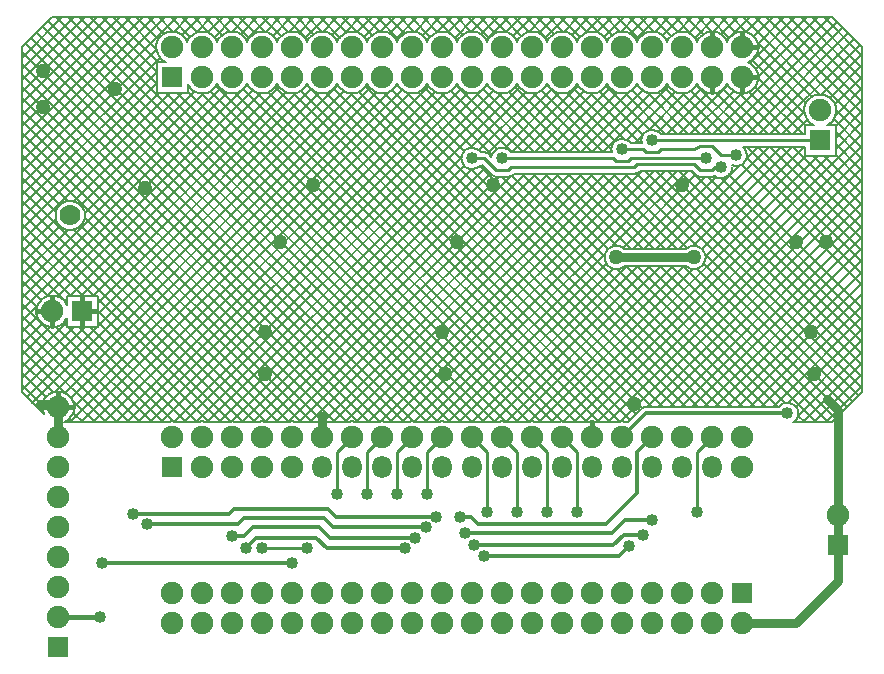
<source format=gbl>
%FSLAX23Y23*%
%MOIN*%
G70*
G01*
G75*
%ADD10R,0.060X0.050*%
%ADD11R,0.050X0.060*%
%ADD12R,0.036X0.050*%
%ADD13R,0.036X0.036*%
%ADD14R,0.050X0.036*%
%ADD15R,0.032X0.095*%
%ADD16C,0.015*%
%ADD17C,0.012*%
%ADD18C,0.010*%
%ADD19C,0.030*%
%ADD20C,0.075*%
%ADD21O,0.065X0.075*%
%ADD22R,0.070X0.070*%
%ADD23R,0.065X0.070*%
%ADD24C,0.070*%
%ADD25C,0.050*%
%ADD26C,0.040*%
%ADD27C,0.008*%
D16*
X12510Y9800D02*
Y9849D01*
Y9800D02*
X12559D01*
X12410D02*
Y9849D01*
X12510Y9700D02*
X12559D01*
X12510Y9651D02*
Y9700D01*
X12410Y9651D02*
Y9700D01*
X12010Y8500D02*
Y8550D01*
X10310Y8920D02*
Y8967D01*
Y8920D02*
X10357D01*
X10210D02*
Y8969D01*
X10160Y8920D02*
X10210D01*
X10310Y8873D02*
Y8920D01*
X10210Y8870D02*
Y8920D01*
X11110Y8500D02*
Y8550D01*
X10230Y8600D02*
X10280D01*
X10230D02*
Y8649D01*
X10181Y8600D02*
X10230D01*
Y7900D02*
X10370D01*
D17*
X10480Y8245D02*
X10800D01*
X10815Y8260D01*
X11130D01*
X11155Y8235D01*
X11490D01*
X11570D02*
X11605D01*
X11630Y8210D01*
X12055D01*
X12160Y8315D01*
Y8450D01*
X12210Y8500D01*
X12120Y8225D02*
X12210D01*
X12075Y8180D02*
X12120Y8225D01*
X11585Y8180D02*
X12075D01*
X12080Y8140D02*
X12115Y8175D01*
X12180D01*
X11145Y8200D02*
X11455D01*
X11115Y8230D02*
X11145Y8200D01*
X10850Y8230D02*
X11115D01*
X10830Y8210D02*
X10850Y8230D01*
X10525Y8210D02*
X10830D01*
X12190Y8580D02*
X12660D01*
X12110Y8500D02*
X12190Y8580D01*
X11615Y8140D02*
X12080D01*
X11135Y8165D02*
X11420D01*
X11100Y8200D02*
X11135Y8165D01*
X10880Y8200D02*
X11100D01*
X10850Y8170D02*
X10880Y8200D01*
X10810Y8170D02*
X10850D01*
X10855Y8130D02*
X10890Y8165D01*
X11090D01*
X11125Y8130D01*
X11385D01*
X11650Y8105D02*
X12100D01*
X12132Y8138D01*
X10375Y8080D02*
X11010D01*
D18*
X12360Y8250D02*
Y8450D01*
X12410Y8500D01*
X11960Y8250D02*
Y8450D01*
X11910Y8500D02*
X11960Y8450D01*
X11860Y8250D02*
Y8450D01*
X11810Y8500D02*
X11860Y8450D01*
X11760Y8250D02*
Y8450D01*
X11710Y8500D02*
X11760Y8450D01*
X11660Y8250D02*
Y8450D01*
X11610Y8500D02*
X11660Y8450D01*
X11460Y8310D02*
Y8450D01*
X11510Y8500D01*
X11360Y8310D02*
Y8450D01*
X11410Y8500D01*
X11260Y8310D02*
Y8450D01*
X11310Y8500D01*
X10910Y8130D02*
X11060D01*
X11160Y8310D02*
Y8450D01*
X11210Y8500D01*
X11610Y9430D02*
X11650D01*
X11710D02*
X12080D01*
X12110Y9460D02*
X12130D01*
X12410Y9470D02*
X12440Y9440D01*
X12130Y9460D02*
X12180D01*
X12350D02*
X12370Y9470D01*
X12410D01*
Y9390D02*
X12420Y9400D01*
X12370Y9390D02*
X12410D01*
X12350Y9410D02*
X12370Y9390D01*
X11740Y9400D02*
X12150D01*
X11730Y9390D02*
X11740Y9400D01*
X12140Y9430D02*
X12390D01*
X12080D02*
X12090Y9420D01*
X12130D01*
X12140Y9430D01*
X12160Y9410D02*
X12350D01*
X12150Y9400D02*
X12160Y9410D01*
X12440Y9440D02*
X12490D01*
X12420Y9400D02*
X12440D01*
X11690Y9390D02*
X11730D01*
X11650Y9430D02*
X11690Y9390D01*
X12180Y9460D02*
X12190Y9450D01*
X12240Y9460D02*
X12350D01*
X12190Y9450D02*
X12230D01*
X12240Y9460D01*
X12210Y9490D02*
X12770D01*
D19*
X11110Y8500D02*
Y8570D01*
X10170Y8610D02*
X10220D01*
X10230Y8600D01*
Y8500D02*
Y8600D01*
X12830Y8020D02*
Y8591D01*
X12794Y8627D02*
X12830Y8591D01*
X12690Y7880D02*
X12830Y8020D01*
X12510Y7880D02*
X12690D01*
X12090Y9100D02*
X12349D01*
D20*
X11810Y9800D02*
D03*
X11910Y9800D02*
D03*
X11710D02*
D03*
X11310Y9700D02*
D03*
X11310Y9800D02*
D03*
X11210Y9700D02*
D03*
Y9800D02*
D03*
X10710Y9700D02*
D03*
X10810D02*
D03*
X10910D02*
D03*
X11010D02*
D03*
Y9800D02*
D03*
X10910Y9800D02*
D03*
X10810Y9800D02*
D03*
X10710Y9800D02*
D03*
X10610D02*
D03*
X11110Y9700D02*
D03*
Y9800D02*
D03*
X11410Y9700D02*
D03*
Y9800D02*
D03*
X11510Y9700D02*
D03*
Y9800D02*
D03*
X12310Y9700D02*
D03*
Y9800D02*
D03*
X12210Y9700D02*
D03*
X12210Y9800D02*
D03*
X11710Y9700D02*
D03*
X11810D02*
D03*
X11910D02*
D03*
X12010D02*
D03*
Y9800D02*
D03*
X12110Y9700D02*
D03*
Y9800D02*
D03*
X11610Y9700D02*
D03*
Y9800D02*
D03*
X12410Y9700D02*
D03*
Y9800D02*
D03*
X12510Y9700D02*
D03*
Y9800D02*
D03*
X12410Y7880D02*
D03*
Y7980D02*
D03*
X12310Y7880D02*
D03*
X12310Y7980D02*
D03*
X12210D02*
D03*
Y7880D02*
D03*
X11010D02*
D03*
X11310Y8500D02*
D03*
X11210D02*
D03*
X10710Y8400D02*
D03*
X10810D02*
D03*
X10910D02*
D03*
X11010D02*
D03*
Y8500D02*
D03*
X10910D02*
D03*
X10810D02*
D03*
X10710D02*
D03*
X10610D02*
D03*
X11110D02*
D03*
X11410D02*
D03*
X11510D02*
D03*
X12310D02*
D03*
X12210D02*
D03*
X12010D02*
D03*
X11910D02*
D03*
X11810D02*
D03*
X11710D02*
D03*
X11610D02*
D03*
X12110D02*
D03*
X12410D02*
D03*
X12510Y8400D02*
D03*
Y8500D02*
D03*
X11810Y7980D02*
D03*
X12110Y7880D02*
D03*
X12010D02*
D03*
X11910Y7980D02*
D03*
X12110D02*
D03*
X11910Y7880D02*
D03*
X12010Y7980D02*
D03*
X11810Y7880D02*
D03*
X11210Y7980D02*
D03*
X11010D02*
D03*
X11310D02*
D03*
X11310Y7880D02*
D03*
X11110Y7980D02*
D03*
Y7880D02*
D03*
X11210D02*
D03*
X12510D02*
D03*
X11510Y7980D02*
D03*
X10610Y7880D02*
D03*
Y7980D02*
D03*
X10710Y7880D02*
D03*
Y7980D02*
D03*
X11510Y7880D02*
D03*
X11410D02*
D03*
X11410Y7980D02*
D03*
X10910Y7880D02*
D03*
Y7980D02*
D03*
X10810Y7880D02*
D03*
Y7980D02*
D03*
X11610Y7880D02*
D03*
Y7980D02*
D03*
X11710Y7880D02*
D03*
Y7980D02*
D03*
X12770Y9590D02*
D03*
X12830Y8240D02*
D03*
X10210Y8920D02*
D03*
X10230Y8400D02*
D03*
Y8300D02*
D03*
Y7900D02*
D03*
Y8000D02*
D03*
Y8200D02*
D03*
Y8100D02*
D03*
Y8500D02*
D03*
Y8600D02*
D03*
D21*
X11310Y8400D02*
D03*
X11210D02*
D03*
X11110D02*
D03*
X11410D02*
D03*
X11510D02*
D03*
X12310D02*
D03*
X12210D02*
D03*
X11710D02*
D03*
X11810D02*
D03*
X11910D02*
D03*
X12010D02*
D03*
X12110D02*
D03*
X12410D02*
D03*
X11610D02*
D03*
D22*
X10610Y9700D02*
D03*
Y8400D02*
D03*
X12510Y7980D02*
D03*
X12770Y9490D02*
D03*
X12830Y8140D02*
D03*
X10310Y8920D02*
D03*
X10230Y7800D02*
D03*
D24*
X10270Y9240D02*
D03*
D25*
X10520Y9330D02*
D03*
X10970Y9150D02*
D03*
X10920Y8850D02*
D03*
X11510D02*
D03*
X11560Y9150D02*
D03*
X11080Y9340D02*
D03*
X11680D02*
D03*
X12310D02*
D03*
X12690Y9150D02*
D03*
X12790D02*
D03*
X12740Y8850D02*
D03*
X10920Y8710D02*
D03*
X11520D02*
D03*
X12150Y8610D02*
D03*
X12750Y8710D02*
D03*
X10420Y9660D02*
D03*
X10180Y9720D02*
D03*
Y9600D02*
D03*
X12349Y9100D02*
D03*
X12090D02*
D03*
D26*
X10480Y8245D02*
D03*
X11490Y8235D02*
D03*
X11570D02*
D03*
X12210Y8225D02*
D03*
X11585Y8180D02*
D03*
X11455Y8200D02*
D03*
X10525Y8210D02*
D03*
X12660Y8580D02*
D03*
X12180Y8175D02*
D03*
X11615Y8140D02*
D03*
X11420Y8165D02*
D03*
X10810Y8170D02*
D03*
X10855Y8130D02*
D03*
X11385D02*
D03*
X11650Y8105D02*
D03*
X12132Y8138D02*
D03*
X11010Y8080D02*
D03*
X10375D02*
D03*
X10370Y7900D02*
D03*
X12360Y8250D02*
D03*
X11960D02*
D03*
X11860D02*
D03*
X11760D02*
D03*
X11660D02*
D03*
X11460Y8310D02*
D03*
X11360D02*
D03*
X11260D02*
D03*
X10910Y8130D02*
D03*
X11060D02*
D03*
X11160Y8310D02*
D03*
X11610Y9430D02*
D03*
X12440Y9400D02*
D03*
X11710Y9430D02*
D03*
X12390D02*
D03*
X12110Y9460D02*
D03*
X12490Y9440D02*
D03*
X12210Y9490D02*
D03*
D27*
X12529Y9750D02*
X12539Y9755D01*
X12547Y9761D01*
X12554Y9770D01*
X12559Y9779D01*
X12562Y9789D01*
X12564Y9800D01*
X12563Y9810D01*
X12560Y9819D01*
X12555Y9828D01*
X12549Y9836D01*
X12542Y9843D01*
X12534Y9848D01*
X12524Y9851D01*
X12515Y9853D01*
X12505Y9853D01*
X12495Y9851D01*
X12486Y9848D01*
X12478Y9843D01*
X12470Y9836D01*
X12464Y9828D01*
X12460Y9819D01*
X12456Y9828D01*
X12450Y9836D01*
X12442Y9843D01*
X12434Y9848D01*
X12425Y9851D01*
X12415Y9853D01*
X12405D01*
X12395Y9851D01*
X12386Y9848D01*
X12378Y9843D01*
X12370Y9836D01*
X12364Y9828D01*
X12360Y9819D01*
X12791Y9541D02*
X12800Y9546D01*
X12808Y9553D01*
X12815Y9561D01*
X12820Y9570D01*
X12823Y9580D01*
X12823Y9590D01*
X12823Y9600D01*
X12820Y9610D01*
X12815Y9618D01*
X12809Y9626D01*
X12802Y9633D01*
X12793Y9638D01*
X12784Y9642D01*
X12774Y9643D01*
X12764Y9643D01*
X12754Y9641D01*
X12745Y9637D01*
X12737Y9632D01*
X12729Y9625D01*
X12724Y9617D01*
X12720Y9608D01*
X12717Y9598D01*
X12717Y9588D01*
X12718Y9578D01*
X12721Y9569D01*
X12726Y9560D01*
X12732Y9552D01*
X12740Y9546D01*
X12749Y9541D01*
X12564Y9700D02*
X12562Y9711D01*
X12559Y9721D01*
X12554Y9730D01*
X12547Y9739D01*
X12539Y9745D01*
X12529Y9750D01*
X12460Y9681D02*
X12464Y9672D01*
X12470Y9664D01*
X12478Y9657D01*
X12486Y9652D01*
X12495Y9649D01*
X12505Y9647D01*
X12515Y9647D01*
X12524Y9649D01*
X12534Y9652D01*
X12542Y9657D01*
X12549Y9664D01*
X12555Y9672D01*
X12560Y9681D01*
X12563Y9690D01*
X12564Y9700D01*
X12360Y9681D02*
X12364Y9672D01*
X12370Y9664D01*
X12378Y9657D01*
X12386Y9652D01*
X12395Y9649D01*
X12405Y9647D01*
X12415D01*
X12425Y9649D01*
X12434Y9652D01*
X12442Y9657D01*
X12450Y9664D01*
X12456Y9672D01*
X12460Y9681D01*
X12360Y9819D02*
X12356Y9828D01*
X12350Y9836D01*
X12342Y9843D01*
X12334Y9848D01*
X12325Y9851D01*
X12315Y9853D01*
X12305Y9853D01*
X12295Y9851D01*
X12286Y9848D01*
X12278Y9843D01*
X12270Y9836D01*
X12264Y9828D01*
X12260Y9819D01*
X12260Y9681D02*
X12264Y9672D01*
X12270Y9664D01*
X12278Y9657D01*
X12286Y9652D01*
X12295Y9649D01*
X12305Y9647D01*
X12315D01*
X12325Y9649D01*
X12334Y9652D01*
X12342Y9657D01*
X12350Y9664D01*
X12356Y9672D01*
X12360Y9681D01*
X12260Y9819D02*
X12256Y9828D01*
X12250Y9836D01*
X12242Y9843D01*
X12234Y9848D01*
X12225Y9851D01*
X12215Y9853D01*
X12205Y9853D01*
X12195Y9851D01*
X12186Y9848D01*
X12178Y9843D01*
X12170Y9836D01*
X12164Y9828D01*
X12160Y9819D01*
Y9681D02*
X12164Y9672D01*
X12170Y9664D01*
X12178Y9657D01*
X12186Y9652D01*
X12195Y9649D01*
X12205Y9647D01*
X12215D01*
X12225Y9649D01*
X12234Y9652D01*
X12242Y9657D01*
X12250Y9664D01*
X12256Y9672D01*
X12260Y9681D01*
X12160Y9819D02*
X12156Y9828D01*
X12150Y9836D01*
X12142Y9843D01*
X12134Y9848D01*
X12125Y9851D01*
X12115Y9853D01*
X12105D01*
X12095Y9851D01*
X12086Y9848D01*
X12078Y9843D01*
X12070Y9836D01*
X12064Y9828D01*
X12060Y9819D01*
Y9681D02*
X12064Y9672D01*
X12070Y9664D01*
X12078Y9657D01*
X12086Y9652D01*
X12095Y9649D01*
X12105Y9647D01*
X12115D01*
X12125Y9649D01*
X12134Y9652D01*
X12142Y9657D01*
X12150Y9664D01*
X12156Y9672D01*
X12160Y9681D01*
X12239Y9511D02*
X12232Y9518D01*
X12224Y9523D01*
X12214Y9526D01*
X12204Y9526D01*
X12195Y9523D01*
X12186Y9517D01*
X12180Y9510D01*
X12176Y9501D01*
X12174Y9491D01*
X12175Y9481D01*
X12139D02*
X12132Y9488D01*
X12124Y9493D01*
X12114Y9496D01*
X12104Y9496D01*
X12095Y9493D01*
X12086Y9487D01*
X12080Y9480D01*
X12076Y9471D01*
X12074Y9461D01*
X12075Y9451D01*
X12060Y9819D02*
X12056Y9828D01*
X12050Y9836D01*
X12042Y9843D01*
X12034Y9848D01*
X12025Y9851D01*
X12015Y9853D01*
X12005D01*
X11995Y9851D01*
X11986Y9848D01*
X11978Y9843D01*
X11970Y9836D01*
X11964Y9828D01*
X11960Y9819D01*
Y9681D02*
X11964Y9672D01*
X11970Y9664D01*
X11978Y9657D01*
X11986Y9652D01*
X11995Y9649D01*
X12005Y9647D01*
X12015D01*
X12025Y9649D01*
X12034Y9652D01*
X12042Y9657D01*
X12050Y9664D01*
X12056Y9672D01*
X12060Y9681D01*
X11960Y9819D02*
X11956Y9828D01*
X11950Y9836D01*
X11942Y9843D01*
X11934Y9848D01*
X11925Y9851D01*
X11915Y9853D01*
X11905D01*
X11895Y9851D01*
X11886Y9848D01*
X11878Y9843D01*
X11870Y9836D01*
X11864Y9828D01*
X11860Y9819D01*
Y9681D02*
X11864Y9672D01*
X11870Y9664D01*
X11878Y9657D01*
X11886Y9652D01*
X11895Y9649D01*
X11905Y9647D01*
X11915D01*
X11925Y9649D01*
X11934Y9652D01*
X11942Y9657D01*
X11950Y9664D01*
X11956Y9672D01*
X11960Y9681D01*
X11860Y9819D02*
X11856Y9828D01*
X11850Y9836D01*
X11842Y9843D01*
X11834Y9848D01*
X11825Y9851D01*
X11815Y9853D01*
X11805Y9853D01*
X11795Y9851D01*
X11786Y9848D01*
X11778Y9843D01*
X11770Y9836D01*
X11764Y9828D01*
X11760Y9819D01*
X11760Y9681D02*
X11764Y9672D01*
X11770Y9664D01*
X11778Y9657D01*
X11786Y9652D01*
X11795Y9649D01*
X11805Y9647D01*
X11815D01*
X11825Y9649D01*
X11834Y9652D01*
X11842Y9657D01*
X11850Y9664D01*
X11856Y9672D01*
X11860Y9681D01*
X11760Y9819D02*
X11756Y9828D01*
X11750Y9836D01*
X11742Y9843D01*
X11734Y9848D01*
X11725Y9851D01*
X11715Y9853D01*
X11705D01*
X11695Y9851D01*
X11686Y9848D01*
X11678Y9843D01*
X11670Y9836D01*
X11664Y9828D01*
X11660Y9819D01*
Y9681D02*
X11664Y9672D01*
X11670Y9664D01*
X11678Y9657D01*
X11686Y9652D01*
X11695Y9649D01*
X11705Y9647D01*
X11715D01*
X11725Y9649D01*
X11734Y9652D01*
X11742Y9657D01*
X11750Y9664D01*
X11756Y9672D01*
X11760Y9681D01*
X12526Y9440D02*
X12524Y9451D01*
X12519Y9461D01*
X12511Y9469D01*
X12475Y9407D02*
X12485Y9404D01*
X12495Y9404D01*
X12505Y9407D01*
X12514Y9413D01*
X12520Y9421D01*
X12525Y9430D01*
X12526Y9440D01*
X12419Y9371D02*
X12427Y9366D01*
X12437Y9364D01*
X12447Y9365D01*
X12456Y9368D01*
X12464Y9374D01*
X12471Y9381D01*
X12475Y9390D01*
X12476Y9400D01*
X12680Y8550D02*
X12687Y8556D01*
X12692Y8563D01*
X12695Y8571D01*
X12696Y8580D01*
X12695Y8590D01*
X12691Y8599D01*
X12684Y8607D01*
X12676Y8612D01*
X12667Y8615D01*
X12657Y8616D01*
X12647Y8614D01*
X12639Y8609D01*
X12632Y8602D01*
X12150Y9379D02*
X12158Y9381D01*
X12165Y9385D01*
X12150Y9379D02*
X12158Y9381D01*
X12165Y9385D01*
X11739Y9451D02*
X11733Y9458D01*
X11725Y9463D01*
X11716Y9466D01*
X11706Y9466D01*
X11697Y9464D01*
X11689Y9459D01*
X11682Y9452D01*
X11677Y9444D01*
X11674Y9435D01*
X11665Y9445D02*
X11658Y9449D01*
X11650Y9451D01*
X11665Y9445D02*
X11658Y9449D01*
X11650Y9451D01*
X12410Y9369D02*
X12419Y9371D01*
X12410Y9369D02*
X12419Y9371D01*
X12388Y9100D02*
X12387Y9110D01*
X12383Y9119D01*
X12377Y9127D01*
X12369Y9133D01*
X12360Y9137D01*
X12350Y9139D01*
X12340Y9138D01*
X12331Y9135D01*
X12323Y9129D01*
X12355Y9375D02*
X12362Y9371D01*
X12370Y9369D01*
X12355Y9375D02*
X12362Y9371D01*
X12370Y9369D01*
X12323Y9071D02*
X12331Y9065D01*
X12340Y9062D01*
X12350Y9061D01*
X12360Y9063D01*
X12369Y9067D01*
X12377Y9073D01*
X12383Y9081D01*
X12387Y9090D01*
X12388Y9100D01*
X12190Y8602D02*
X12182Y8600D01*
X12174Y8596D01*
X12190Y8602D02*
X12182Y8600D01*
X12174Y8596D01*
X12129Y8550D02*
X12120Y8553D01*
X12110Y8554D01*
X12100Y8553D01*
X12091Y8550D01*
X12116Y9129D02*
X12108Y9135D01*
X12099Y9138D01*
X12089Y9139D01*
X12079Y9137D01*
X12070Y9133D01*
X12062Y9127D01*
X12056Y9119D01*
X12052Y9110D01*
X12051Y9100D01*
X12052Y9090D01*
X12056Y9081D01*
X12062Y9073D01*
X12070Y9067D01*
X12079Y9063D01*
X12089Y9061D01*
X12099Y9062D01*
X12108Y9065D01*
X12116Y9071D01*
X12029Y8550D02*
X12020Y8553D01*
X12010Y8554D01*
X12000Y8553D01*
X11991Y8550D01*
X11929D02*
X11920Y8553D01*
X11910Y8554D01*
X11900Y8553D01*
X11891Y8550D01*
X11730Y9369D02*
X11738Y9371D01*
X11745Y9375D01*
X11730Y9369D02*
X11738Y9371D01*
X11745Y9375D01*
X11675D02*
X11682Y9371D01*
X11690Y9369D01*
X11675Y9375D02*
X11682Y9371D01*
X11690Y9369D01*
X11829Y8550D02*
X11820Y8553D01*
X11810Y8554D01*
X11800Y8553D01*
X11791Y8550D01*
X11729D02*
X11720Y8553D01*
X11710Y8554D01*
X11700Y8553D01*
X11691Y8550D01*
X11660Y9819D02*
X11656Y9828D01*
X11650Y9836D01*
X11642Y9843D01*
X11634Y9848D01*
X11625Y9851D01*
X11615Y9853D01*
X11605D01*
X11595Y9851D01*
X11586Y9848D01*
X11578Y9843D01*
X11570Y9836D01*
X11564Y9828D01*
X11560Y9819D01*
Y9681D02*
X11564Y9672D01*
X11570Y9664D01*
X11578Y9657D01*
X11586Y9652D01*
X11595Y9649D01*
X11605Y9647D01*
X11615D01*
X11625Y9649D01*
X11634Y9652D01*
X11642Y9657D01*
X11650Y9664D01*
X11656Y9672D01*
X11660Y9681D01*
X11560Y9819D02*
X11556Y9828D01*
X11550Y9836D01*
X11542Y9843D01*
X11534Y9848D01*
X11525Y9851D01*
X11515Y9853D01*
X11505D01*
X11495Y9851D01*
X11486Y9848D01*
X11478Y9843D01*
X11470Y9836D01*
X11464Y9828D01*
X11460Y9819D01*
X11456Y9828D01*
X11450Y9836D01*
X11442Y9843D01*
X11434Y9848D01*
X11425Y9851D01*
X11415Y9853D01*
X11405Y9853D01*
X11395Y9851D01*
X11386Y9848D01*
X11378Y9843D01*
X11370Y9836D01*
X11364Y9828D01*
X11360Y9819D01*
X11460Y9681D02*
X11464Y9672D01*
X11470Y9664D01*
X11478Y9657D01*
X11486Y9652D01*
X11495Y9649D01*
X11505Y9647D01*
X11515D01*
X11525Y9649D01*
X11534Y9652D01*
X11542Y9657D01*
X11550Y9664D01*
X11556Y9672D01*
X11560Y9681D01*
X11360Y9819D02*
X11356Y9828D01*
X11350Y9836D01*
X11342Y9843D01*
X11334Y9848D01*
X11325Y9851D01*
X11315Y9853D01*
X11305Y9853D01*
X11295Y9851D01*
X11286Y9848D01*
X11278Y9843D01*
X11270Y9836D01*
X11264Y9828D01*
X11260Y9819D01*
X11360Y9681D02*
X11364Y9672D01*
X11370Y9664D01*
X11378Y9657D01*
X11386Y9652D01*
X11395Y9649D01*
X11405Y9647D01*
X11415D01*
X11425Y9649D01*
X11434Y9652D01*
X11442Y9657D01*
X11450Y9664D01*
X11456Y9672D01*
X11460Y9681D01*
X11260D02*
X11264Y9672D01*
X11270Y9664D01*
X11278Y9657D01*
X11286Y9652D01*
X11295Y9649D01*
X11305Y9647D01*
X11315D01*
X11325Y9649D01*
X11334Y9652D01*
X11342Y9657D01*
X11350Y9664D01*
X11356Y9672D01*
X11360Y9681D01*
X11639Y9451D02*
X11632Y9458D01*
X11624Y9463D01*
X11614Y9466D01*
X11604Y9465D01*
X11594Y9462D01*
X11586Y9457D01*
X11579Y9449D01*
X11575Y9440D01*
X11574Y9430D01*
X11575Y9420D01*
X11579Y9411D01*
X11586Y9403D01*
X11594Y9398D01*
X11604Y9395D01*
X11614Y9394D01*
X11624Y9397D01*
X11632Y9402D01*
X11639Y9409D01*
X11260Y9819D02*
X11256Y9828D01*
X11250Y9836D01*
X11242Y9843D01*
X11234Y9848D01*
X11225Y9851D01*
X11215Y9853D01*
X11205D01*
X11195Y9851D01*
X11186Y9848D01*
X11178Y9843D01*
X11170Y9836D01*
X11164Y9828D01*
X11160Y9819D01*
X11156Y9828D01*
X11150Y9836D01*
X11142Y9843D01*
X11134Y9848D01*
X11125Y9851D01*
X11115Y9853D01*
X11105D01*
X11095Y9851D01*
X11086Y9848D01*
X11078Y9843D01*
X11070Y9836D01*
X11064Y9828D01*
X11060Y9819D01*
X11056Y9828D01*
X11050Y9836D01*
X11042Y9843D01*
X11034Y9848D01*
X11025Y9851D01*
X11015Y9853D01*
X11005D01*
X10995Y9851D01*
X10986Y9848D01*
X10978Y9843D01*
X10970Y9836D01*
X10964Y9828D01*
X10960Y9819D01*
X11160Y9681D02*
X11164Y9672D01*
X11170Y9664D01*
X11178Y9657D01*
X11186Y9652D01*
X11195Y9649D01*
X11205Y9647D01*
X11215D01*
X11225Y9649D01*
X11234Y9652D01*
X11242Y9657D01*
X11250Y9664D01*
X11256Y9672D01*
X11260Y9681D01*
X10960Y9819D02*
X10956Y9828D01*
X10950Y9836D01*
X10942Y9843D01*
X10934Y9848D01*
X10925Y9851D01*
X10915Y9853D01*
X10905Y9853D01*
X10895Y9851D01*
X10886Y9848D01*
X10878Y9843D01*
X10870Y9836D01*
X10864Y9828D01*
X10860Y9819D01*
X11060Y9681D02*
X11064Y9672D01*
X11070Y9664D01*
X11078Y9657D01*
X11086Y9652D01*
X11095Y9649D01*
X11105Y9647D01*
X11115D01*
X11125Y9649D01*
X11134Y9652D01*
X11142Y9657D01*
X11150Y9664D01*
X11156Y9672D01*
X11160Y9681D01*
X10960D02*
X10964Y9672D01*
X10970Y9664D01*
X10978Y9657D01*
X10986Y9652D01*
X10995Y9649D01*
X11005Y9647D01*
X11015D01*
X11025Y9649D01*
X11034Y9652D01*
X11042Y9657D01*
X11050Y9664D01*
X11056Y9672D01*
X11060Y9681D01*
X10860D02*
X10864Y9672D01*
X10870Y9664D01*
X10878Y9657D01*
X10886Y9652D01*
X10895Y9649D01*
X10905Y9647D01*
X10915D01*
X10925Y9649D01*
X10934Y9652D01*
X10942Y9657D01*
X10950Y9664D01*
X10956Y9672D01*
X10960Y9681D01*
X10860Y9819D02*
X10856Y9828D01*
X10850Y9836D01*
X10842Y9843D01*
X10834Y9848D01*
X10825Y9851D01*
X10815Y9853D01*
X10805Y9853D01*
X10795Y9851D01*
X10786Y9848D01*
X10778Y9843D01*
X10770Y9836D01*
X10764Y9828D01*
X10760Y9819D01*
X10756Y9828D01*
X10750Y9836D01*
X10742Y9843D01*
X10734Y9848D01*
X10725Y9851D01*
X10715Y9853D01*
X10705D01*
X10695Y9851D01*
X10686Y9848D01*
X10678Y9843D01*
X10670Y9836D01*
X10664Y9828D01*
X10660Y9819D01*
X10656Y9828D01*
X10650Y9836D01*
X10642Y9843D01*
X10634Y9848D01*
X10624Y9852D01*
X10614Y9853D01*
X10604Y9853D01*
X10595Y9851D01*
X10585Y9847D01*
X10577Y9842D01*
X10570Y9835D01*
X10564Y9827D01*
X10560Y9818D01*
X10557Y9808D01*
X10557Y9798D01*
X10558Y9788D01*
X10561Y9779D01*
X10566Y9770D01*
X10572Y9762D01*
X10580Y9756D01*
X10589Y9751D01*
X10760Y9681D02*
X10764Y9672D01*
X10770Y9664D01*
X10778Y9657D01*
X10786Y9652D01*
X10795Y9649D01*
X10805Y9647D01*
X10815D01*
X10825Y9649D01*
X10834Y9652D01*
X10842Y9657D01*
X10850Y9664D01*
X10856Y9672D01*
X10860Y9681D01*
X10661Y9679D02*
X10666Y9670D01*
X10672Y9662D01*
X10679Y9656D01*
X10688Y9651D01*
X10697Y9648D01*
X10706Y9647D01*
X10716Y9647D01*
X10726Y9649D01*
X10735Y9653D01*
X10743Y9658D01*
X10750Y9664D01*
X10756Y9672D01*
X10760Y9681D01*
X10319Y9240D02*
X10318Y9250D01*
X10315Y9259D01*
X10310Y9268D01*
X10304Y9276D01*
X10296Y9282D01*
X10287Y9286D01*
X10277Y9288D01*
X10268Y9289D01*
X10258Y9287D01*
X10248Y9284D01*
X10240Y9279D01*
X10233Y9272D01*
X10227Y9264D01*
X10223Y9255D01*
X10221Y9245D01*
Y9235D01*
X10223Y9225D01*
X10227Y9216D01*
X10233Y9208D01*
X10240Y9201D01*
X10248Y9196D01*
X10258Y9193D01*
X10268Y9191D01*
X10277Y9192D01*
X10287Y9194D01*
X10296Y9198D01*
X10304Y9204D01*
X10310Y9212D01*
X10315Y9221D01*
X10318Y9230D01*
X10319Y9240D01*
X11629Y8550D02*
X11620Y8553D01*
X11610Y8554D01*
X11600Y8553D01*
X11591Y8550D01*
X11529D02*
X11520Y8553D01*
X11510Y8554D01*
X11500Y8553D01*
X11491Y8550D01*
X11429D02*
X11420Y8553D01*
X11410Y8554D01*
X11400Y8553D01*
X11391Y8550D01*
X11329D02*
X11320Y8553D01*
X11310Y8554D01*
X11300Y8553D01*
X11291Y8550D01*
X10259Y8941D02*
X10254Y8950D01*
X10248Y8958D01*
X10240Y8964D01*
X10231Y8969D01*
X10222Y8972D01*
X10212Y8973D01*
X10202Y8973D01*
X10192Y8970D01*
X10183Y8966D01*
X10175Y8960D01*
X10168Y8953D01*
X10162Y8944D01*
X10159Y8935D01*
X10157Y8925D01*
Y8915D01*
X10159Y8905D01*
X10162Y8896D01*
X10168Y8887D01*
X10175Y8880D01*
X10183Y8874D01*
X10192Y8870D01*
X10202Y8867D01*
X10212Y8867D01*
X10222Y8868D01*
X10231Y8871D01*
X10240Y8876D01*
X10248Y8882D01*
X10254Y8890D01*
X10259Y8899D01*
X11229Y8550D02*
X11220Y8553D01*
X11210Y8554D01*
X11200Y8553D01*
X11191Y8550D01*
X11129D02*
X11120Y8553D01*
X11110Y8554D01*
X11100Y8553D01*
X11091Y8550D01*
X11029D02*
X11020Y8553D01*
X11010Y8554D01*
X11000Y8553D01*
X10991Y8550D01*
X10929D02*
X10920Y8553D01*
X10910Y8554D01*
X10900Y8553D01*
X10891Y8550D01*
X10829D02*
X10820Y8553D01*
X10810Y8554D01*
X10800Y8553D01*
X10791Y8550D01*
X10729D02*
X10720Y8553D01*
X10710Y8554D01*
X10700Y8553D01*
X10691Y8550D01*
X10629D02*
X10620Y8553D01*
X10610Y8554D01*
X10600Y8553D01*
X10591Y8550D01*
X10283Y8600D02*
X10283Y8610D01*
X10280Y8619D01*
X10275Y8628D01*
X10269Y8636D01*
X10262Y8643D01*
X10253Y8648D01*
X10244Y8652D01*
X10234Y8653D01*
X10224Y8653D01*
X10215Y8651D01*
X10205Y8648D01*
X10197Y8642D01*
X10190Y8635D01*
X10184Y8627D01*
X10180Y8618D01*
X10177Y8609D01*
X10177Y8599D01*
X10178Y8589D01*
X10181Y8579D01*
X10249Y8550D02*
X10259Y8555D01*
X10267Y8561D01*
X10274Y8570D01*
X10279Y8579D01*
X10282Y8589D01*
X10283Y8600D01*
X12810Y9900D02*
X12910Y9800D01*
X12781Y9900D02*
X12910Y9771D01*
X12743Y9900D02*
X12910Y9733D01*
X12705Y9900D02*
X12910Y9695D01*
X12563Y9700D02*
X12764Y9900D01*
X12562Y9813D02*
X12649Y9900D01*
X12555Y9729D02*
X12726Y9900D01*
X12535Y9747D02*
X12687Y9900D01*
X12548Y9837D02*
X12611Y9900D01*
X12667D02*
X12910Y9657D01*
X12628Y9900D02*
X12910Y9618D01*
X12590Y9900D02*
X12910Y9580D01*
X12774Y9643D02*
X12910Y9779D01*
X12552Y9900D02*
X12910Y9542D01*
X12562Y9814D02*
X12741Y9635D01*
X12566Y9511D02*
X12882Y9828D01*
X12528Y9511D02*
X12863Y9847D01*
X12604Y9511D02*
X12901Y9809D01*
X12559Y9779D02*
X12723Y9615D01*
X12524Y9852D02*
X12573Y9900D01*
X12476Y9841D02*
X12535Y9900D01*
X12476D02*
X12524Y9852D01*
X12440Y9844D02*
X12496Y9900D01*
X12438D02*
X12489Y9849D01*
X12412Y9853D02*
X12458Y9900D01*
X12399D02*
X12467Y9832D01*
X12353Y9832D02*
X12420Y9900D01*
X12458Y9823D02*
X12469Y9834D01*
X12361Y9900D02*
X12408Y9853D01*
X12514Y9900D02*
X12770Y9643D01*
X12451Y9511D02*
X12825Y9885D01*
X12413Y9511D02*
X12802Y9900D01*
X12489Y9511D02*
X12844Y9866D01*
X12819Y9612D02*
X12910Y9703D01*
X12822Y9576D02*
X12910Y9664D01*
X12802Y9633D02*
X12910Y9741D01*
X12821Y9537D02*
X12910Y9626D01*
X12563Y9698D02*
X12720Y9541D01*
X12542Y9757D02*
X12717Y9582D01*
X12791Y9541D02*
X12821D01*
X12719D02*
X12749D01*
X12823Y9590D02*
X12910Y9504D01*
X12821Y9499D02*
X12910Y9588D01*
X12815Y9561D02*
X12910Y9466D01*
X12821Y9461D02*
X12910Y9550D01*
X12680Y9511D02*
X12727Y9558D01*
X12554Y9669D02*
X12712Y9511D01*
X12533Y9652D02*
X12674Y9511D01*
X12719D02*
Y9541D01*
X12642Y9511D02*
X12717Y9586D01*
X12499Y9648D02*
X12636Y9511D01*
X12447Y9661D02*
X12597Y9511D01*
X12422Y9648D02*
X12559Y9511D01*
X12375D02*
X12510Y9647D01*
X12357Y9675D02*
X12521Y9511D01*
X12339Y9655D02*
X12483Y9511D01*
X12239D02*
X12719D01*
X12518Y9463D02*
X12524Y9469D01*
X12511D02*
X12719D01*
X12298Y9511D02*
X12463Y9675D01*
X12251Y9666D02*
X12406Y9511D01*
X12337D02*
X12481Y9655D01*
X12309Y9647D02*
X12445Y9511D01*
X12331Y9849D02*
X12382Y9900D01*
X12295Y9851D02*
X12344Y9900D01*
X12247D02*
X12295Y9851D01*
X12220Y9853D02*
X12267Y9900D01*
X12170D02*
X12217Y9853D01*
X12137Y9846D02*
X12191Y9900D01*
X12132D02*
X12185Y9847D01*
X12106Y9853D02*
X12153Y9900D01*
X12056D02*
X12103Y9853D01*
X12027Y9851D02*
X12076Y9900D01*
X12323D02*
X12379Y9844D01*
X12285Y9900D02*
X12342Y9843D01*
X12246Y9840D02*
X12306Y9900D01*
X12208D02*
X12271Y9837D01*
X12156Y9827D02*
X12229Y9900D01*
X12094D02*
X12165Y9829D01*
X12050Y9835D02*
X12115Y9900D01*
X12017D02*
X12076Y9841D01*
X11986Y9848D02*
X12038Y9900D01*
X11979D02*
X12029Y9850D01*
X11941Y9900D02*
X11991Y9850D01*
X11915Y9853D02*
X11962Y9900D01*
X11865D02*
X11911Y9853D01*
X11834Y9848D02*
X11886Y9900D01*
X11800Y9853D02*
X11847Y9900D01*
X11750D02*
X11798Y9852D01*
X11723Y9852D02*
X11771Y9900D01*
X11674D02*
X11722Y9852D01*
X11636Y9900D02*
X11687Y9848D01*
X11943Y9842D02*
X12000Y9900D01*
X11903D02*
X11969Y9834D01*
X11854Y9830D02*
X11924Y9900D01*
X11827D02*
X11881Y9845D01*
X11788Y9900D02*
X11863Y9825D01*
X11747Y9838D02*
X11809Y9900D01*
X11712D02*
X11773Y9839D01*
X11657Y9825D02*
X11733Y9900D01*
X11639Y9845D02*
X11695Y9900D01*
X12353Y9832D02*
X12362Y9823D01*
X12260Y9511D02*
X12397Y9648D01*
X12231Y9520D02*
X12373Y9662D01*
X12196Y9523D02*
X12320Y9648D01*
X12229Y9650D02*
X12368Y9511D01*
X12144Y9659D02*
X12292Y9511D01*
X12127Y9492D02*
X12287Y9652D01*
X12191Y9650D02*
X12330Y9511D01*
X12118Y9647D02*
X12254Y9511D01*
X12154Y9481D02*
X12177Y9504D01*
X12139Y9481D02*
X12175D01*
X11858Y9677D02*
X11866Y9670D01*
X11650Y9664D02*
X11662Y9676D01*
X12055Y9671D02*
X12202Y9525D01*
X12047Y9451D02*
X12266Y9670D01*
X12035Y9653D02*
X12179Y9509D01*
X12009Y9451D02*
X12205Y9647D01*
X12003Y9647D02*
X12169Y9481D01*
X11949Y9663D02*
X12117Y9495D01*
X11880Y9656D02*
X12074Y9462D01*
X11925Y9649D02*
X12087Y9487D01*
X11718Y9465D02*
X11900Y9647D01*
X12821Y9439D02*
Y9541D01*
Y9517D02*
X12910Y9428D01*
X12821Y9478D02*
X12910Y9389D01*
X12821Y9440D02*
X12910Y9351D01*
X12784Y9439D02*
X12910Y9313D01*
X12719Y9439D02*
Y9469D01*
X12525Y9432D02*
X12562Y9469D01*
X12719Y9439D02*
X12821D01*
X12678Y9469D02*
X12910Y9237D01*
X12639Y9469D02*
X12910Y9198D01*
X12601Y9469D02*
X12910Y9160D01*
X12746Y9439D02*
X12910Y9275D01*
X12563Y9469D02*
X12910Y9122D01*
X12525Y9469D02*
X12910Y9084D01*
Y8650D02*
Y9800D01*
X12525Y9431D02*
X12910Y9046D01*
X12508Y9409D02*
X12910Y9007D01*
X12466Y9375D02*
X12910Y8931D01*
X12375Y9129D02*
X12715Y9469D01*
X12388Y9104D02*
X12723Y9439D01*
X12338Y9389D02*
X12910Y8817D01*
X12299Y9389D02*
X12910Y8778D01*
X12261Y9389D02*
X12910Y8740D01*
X12346Y9139D02*
X12676Y9469D01*
X12298Y9129D02*
X12638Y9469D01*
X12260Y9129D02*
X12600Y9469D01*
X12222Y9129D02*
X12498Y9405D01*
X12063Y8550D02*
X12910Y9397D01*
X12026Y8551D02*
X12910Y9435D01*
X11987Y8550D02*
X12910Y9473D01*
X12223Y9389D02*
X12910Y8702D01*
X12185Y9389D02*
X12910Y8664D01*
X11948Y8550D02*
X12910Y9512D01*
X11914Y8553D02*
X12799Y9439D01*
X12156Y9380D02*
X12898Y8638D01*
X11872Y8550D02*
X12761Y9439D01*
X12439Y9364D02*
X12910Y8893D01*
X12611Y8602D02*
X12910Y8901D01*
X12396Y9369D02*
X12910Y8855D01*
X12688Y8602D02*
X12910Y8824D01*
X12663Y8616D02*
X12910Y8863D01*
X12497Y8602D02*
X12910Y9015D01*
X12459Y8602D02*
X12910Y9053D01*
X12420Y8602D02*
X12910Y9092D01*
X12573Y8602D02*
X12910Y8939D01*
X12535Y8602D02*
X12910Y8977D01*
X12750Y8550D02*
X12910Y8710D01*
X12712Y8550D02*
X12910Y8748D01*
X12695Y8571D02*
X12910Y8786D01*
X12810Y8550D02*
X12910Y8650D01*
X12788Y8550D02*
X12910Y8672D01*
X12695Y8573D02*
X12718Y8550D01*
X12680D02*
X12810D01*
X12306Y8602D02*
X12910Y9206D01*
X12268Y8602D02*
X12910Y9244D01*
X12229Y8602D02*
X12910Y9283D01*
X12382Y8602D02*
X12910Y9130D01*
X12344Y8602D02*
X12910Y9168D01*
X12386Y9111D02*
X12879Y8619D01*
X12197Y9071D02*
X12653Y8615D01*
X12191Y8602D02*
X12910Y9321D01*
X12190Y8602D02*
X12632D01*
X12159Y9071D02*
X12628Y8602D01*
X12381Y9078D02*
X12860Y8600D01*
X12312Y9071D02*
X12821Y8561D01*
X12104Y8553D02*
X12910Y9359D01*
X12359Y9062D02*
X12841Y8581D01*
X12274Y9071D02*
X12795Y8550D01*
X12236Y9071D02*
X12757Y8550D01*
X11743Y9373D02*
X12514Y8602D01*
X12121Y9071D02*
X12590Y8602D01*
X12093Y9061D02*
X12552Y8602D01*
X12169Y9389D02*
X12341D01*
X12355Y9375D01*
X11971Y9451D02*
X12178Y9657D01*
X11933Y9451D02*
X12134Y9652D01*
X11857Y9451D02*
X12070Y9664D01*
X11841Y9656D02*
X12046Y9451D01*
X11895D02*
X12093Y9649D01*
X11818Y9451D02*
X12014Y9647D01*
X12118Y9379D02*
X12360Y9137D01*
X12080Y9379D02*
X12327Y9132D01*
X12077Y9137D02*
X12329Y9389D01*
X12042Y9379D02*
X12292Y9129D01*
X12004Y9379D02*
X12254Y9129D01*
X11966Y9379D02*
X12216Y9129D01*
X11928Y9379D02*
X12178Y9129D01*
X11889Y9379D02*
X12139Y9129D01*
X11851Y9379D02*
X12091Y9139D01*
X11780Y9451D02*
X11983Y9654D01*
X11753Y9668D02*
X11970Y9451D01*
X11742D02*
X11964Y9673D01*
X11813Y9647D02*
X12008Y9451D01*
X11739D02*
X12075D01*
X11732Y9651D02*
X11932Y9451D01*
X11662Y9447D02*
X11875Y9660D01*
X11646Y9660D02*
X11856Y9451D01*
X11696Y9648D02*
X11894Y9451D01*
X11639D02*
X11650D01*
X11749Y9379D02*
X12150D01*
X11635Y9404D02*
X12437Y8602D01*
X11813Y9379D02*
X12063Y9129D01*
X11775Y9379D02*
X12051Y9103D01*
X11665Y9445D02*
X11674Y9435D01*
X11641Y9409D02*
X11675Y9375D01*
X12184Y9129D02*
X12423Y9368D01*
X12370Y9369D02*
X12410D01*
X12111Y9133D02*
X12354Y9376D01*
X12146Y9129D02*
X12386Y9369D01*
X12116Y9129D02*
X12323D01*
X12116Y9071D02*
X12323D01*
X12129Y8550D02*
X12174Y8596D01*
X12029Y8550D02*
X12091D01*
X11722Y8552D02*
X12240Y9071D01*
X11708Y9369D02*
X12475Y8602D01*
X11929Y8550D02*
X11991D01*
X11690Y9369D02*
X11730D01*
X11798Y8552D02*
X12317Y9071D01*
X11757Y8550D02*
X12278Y9071D01*
X11681Y8550D02*
X12202Y9071D01*
X11834Y8550D02*
X12345Y9061D01*
X11643Y8550D02*
X12164Y9071D01*
X11829Y8550D02*
X11891D01*
X11729D02*
X11791D01*
X11610Y9854D02*
X11656Y9900D01*
X11559D02*
X11606Y9853D01*
X11530Y9850D02*
X11580Y9900D01*
X11492Y9851D02*
X11542Y9900D01*
X11445D02*
X11494Y9851D01*
X11418Y9853D02*
X11466Y9900D01*
X11418Y9853D02*
X11466Y9900D01*
X11368D02*
X11415Y9853D01*
X11304Y9853D02*
X11351Y9900D01*
X11254D02*
X11301Y9853D01*
X11597Y9900D02*
X11666Y9831D01*
X11552Y9833D02*
X11618Y9900D01*
X11521D02*
X11578Y9843D01*
X11483Y9900D02*
X11536Y9847D01*
X11445Y9841D02*
X11504Y9900D01*
X11407D02*
X11470Y9836D01*
X11355Y9828D02*
X11427Y9900D01*
X11336Y9847D02*
X11389Y9900D01*
X11330D02*
X11384Y9847D01*
X11292Y9900D02*
X11364Y9828D01*
X11226Y9851D02*
X11275Y9900D01*
X11182Y9846D02*
X11236Y9900D01*
X10210D02*
X12810D01*
X11177D02*
X11227Y9851D01*
X11139Y9900D02*
X11190Y9850D01*
X11113Y9853D02*
X11160Y9900D01*
X11063D02*
X11109Y9853D01*
X11032Y9849D02*
X11084Y9900D01*
X10998Y9852D02*
X11046Y9900D01*
X10948D02*
X10997Y9852D01*
X11216Y9900D02*
X11275Y9841D01*
X11249Y9836D02*
X11313Y9900D01*
X11141Y9843D02*
X11198Y9900D01*
X11101D02*
X11168Y9833D01*
X11053Y9831D02*
X11122Y9900D01*
X11025D02*
X11080Y9844D01*
X10987Y9900D02*
X11062Y9824D01*
X10946Y9839D02*
X11007Y9900D01*
X10910D02*
X10972Y9838D01*
X11604Y9465D02*
X11789Y9651D01*
X11428Y9650D02*
X11611Y9466D01*
X11634Y9457D02*
X11825Y9649D01*
X11557Y9674D02*
X11779Y9451D01*
X11538Y9654D02*
X11741Y9451D01*
X11621Y9648D02*
X11817Y9451D01*
X11507Y9647D02*
X11692Y9461D01*
X11451Y9665D02*
X11675Y9440D01*
X11343Y9658D02*
X11574Y9427D01*
X11388Y9651D02*
X11584Y9455D01*
X11159Y9822D02*
X11164Y9828D01*
X10921Y9852D02*
X10969Y9900D01*
X10872D02*
X10919Y9853D01*
X10857Y9826D02*
X10931Y9900D01*
X10838Y9845D02*
X10893Y9900D01*
X10361Y8948D02*
X11074Y9661D01*
X10361Y8910D02*
X11099Y9648D01*
X10346Y8971D02*
X11023Y9648D01*
X10269Y8971D02*
X10967Y9669D01*
X10307Y8971D02*
X10988Y9651D01*
X10230Y8970D02*
X10907Y9647D01*
X10808Y9853D02*
X10855Y9900D01*
X10834D02*
X10886Y9848D01*
X10757Y9900D02*
X10804Y9853D01*
X10728Y9850D02*
X10778Y9900D01*
X10689Y9849D02*
X10740Y9900D01*
X10643D02*
X10692Y9851D01*
X10681Y9900D02*
X10733Y9849D01*
X10617Y9853D02*
X10664Y9900D01*
X10566D02*
X10613Y9853D01*
X10528Y9900D02*
X10582Y9846D01*
X10751Y9834D02*
X10816Y9900D01*
X10796D02*
X10866Y9830D01*
X10719Y9900D02*
X10777Y9842D01*
X10644Y9842D02*
X10702Y9900D01*
X10605D02*
X10670Y9835D01*
X10559Y9751D02*
X10589D01*
X10490Y9900D02*
X10564Y9827D01*
X10414Y9900D02*
X10563Y9751D01*
X10376Y9900D02*
X10559Y9717D01*
X10452Y9900D02*
X10557Y9795D01*
X10337Y9900D02*
X10559Y9678D01*
X10110Y9690D02*
X10320Y9900D01*
X10110Y9652D02*
X10358Y9900D01*
X10110Y9728D02*
X10282Y9900D01*
X10110Y9766D02*
X10244Y9900D01*
X10110Y9800D02*
X10210Y9900D01*
X10110Y9423D02*
X10587Y9900D01*
X10110Y9385D02*
X10625Y9900D01*
X10110Y9461D02*
X10549Y9900D01*
X10110Y9346D02*
X10557Y9793D01*
X10110Y9308D02*
X10568Y9766D01*
X10110Y9499D02*
X10511Y9900D01*
X10110Y9537D02*
X10473Y9900D01*
X10110Y9575D02*
X10435Y9900D01*
X10110Y9614D02*
X10396Y9900D01*
X10855Y9672D02*
X10861Y9678D01*
X10318Y9249D02*
X10716Y9647D01*
X10305Y9274D02*
X10684Y9653D01*
X10661Y9649D02*
Y9679D01*
X10559Y9649D02*
Y9751D01*
X10110Y9270D02*
X10559Y9719D01*
Y9649D02*
X10661D01*
X10281Y9288D02*
X10642Y9649D01*
X10259Y8971D02*
X10361D01*
X10192Y8971D02*
X10879Y9657D01*
X10259Y8941D02*
Y8971D01*
X10252Y8953D02*
X10259Y8961D01*
X10110Y9232D02*
X10559Y9681D01*
X10110Y9003D02*
X10771Y9664D01*
X10110Y9155D02*
X10604Y9649D01*
X10110Y9194D02*
X10565Y9649D01*
X10110Y9440D02*
X10262Y9288D01*
X10110Y9402D02*
X10236Y9276D01*
X10110Y9364D02*
X10222Y9251D01*
X10110Y9117D02*
X10222Y9229D01*
X10110Y9079D02*
X10236Y9205D01*
X10110Y9041D02*
X10261Y9192D01*
X10110Y8964D02*
X10794Y9649D01*
X10110Y8926D02*
X10838Y9655D01*
X10110Y9211D02*
X10350Y8971D01*
X10110Y9173D02*
X10312Y8971D01*
X10110Y9135D02*
X10274Y8971D01*
X10110Y9096D02*
X10259Y8947D01*
X10110Y9058D02*
X10196Y8972D01*
X10110Y9020D02*
X10172Y8958D01*
X10110Y8982D02*
X10158Y8934D01*
X11254Y9670D02*
X12323Y8602D01*
X11234Y9652D02*
X12285Y8602D01*
X11148Y9662D02*
X12208Y8602D01*
X11316Y9647D02*
X12361Y8602D01*
X11201Y9647D02*
X12246Y8602D01*
X11124Y9648D02*
X12175Y8597D01*
X11058Y9676D02*
X12156Y8577D01*
X11040Y9656D02*
X12137Y8558D01*
X11011Y9647D02*
X12104Y8553D01*
X10819Y9647D02*
X11913Y8553D01*
X10952Y9667D02*
X12069Y8550D01*
X10845Y9660D02*
X11955Y8550D01*
X10756Y9672D02*
X11878Y8550D01*
X10930Y9651D02*
X12031Y8550D01*
X10894Y9649D02*
X11992Y8551D01*
X10737Y9654D02*
X11840Y8550D01*
X10661Y9653D02*
X11764Y8550D01*
X10650D02*
X11768Y9667D01*
X10705Y9647D02*
X11799Y8552D01*
X10627Y9649D02*
X11724Y8552D01*
X10536Y8550D02*
X11646Y9660D01*
X10459Y8550D02*
X11572Y9663D01*
X10261Y9900D02*
X11608Y8553D01*
X10588Y9649D02*
X11687Y8550D01*
X10574D02*
X11680Y9656D01*
X10140Y9830D02*
X11417Y8553D01*
X10383Y8550D02*
X11485Y9653D01*
X10110Y9746D02*
X11303Y8553D01*
X10283Y8603D02*
X11331Y9651D01*
X10273Y8631D02*
X11292Y9650D01*
X10299Y9900D02*
X11649Y8550D01*
X10223Y9900D02*
X11573Y8550D01*
X10197Y9887D02*
X11535Y8550D01*
X10345D02*
X11465Y9671D01*
X10178Y9868D02*
X11495Y8551D01*
X10159Y9849D02*
X11458Y8550D01*
X10121Y9811D02*
X11382Y8550D01*
X10268D02*
X11377Y9658D01*
X10110Y9784D02*
X11344Y8550D01*
X11607Y9394D02*
X12399Y8602D01*
X11417Y8553D02*
X12253Y9389D01*
X11302Y8553D02*
X12128Y9379D01*
X11608Y8553D02*
X12126Y9071D01*
X11567Y8550D02*
X12079Y9063D01*
X11529Y8550D02*
X12057Y9079D01*
X11490Y8550D02*
X12053Y9113D01*
X11629Y8550D02*
X11691D01*
X11529D02*
X11591D01*
X11452D02*
X12291Y9389D01*
X11376Y8550D02*
X12215Y9389D01*
X11337Y8550D02*
X12176Y9389D01*
X11261Y8550D02*
X12090Y9379D01*
X11429Y8550D02*
X11491D01*
X11329D02*
X11391D01*
X11224Y8552D02*
X12052Y9379D01*
X11185Y8550D02*
X12014Y9379D01*
X11146Y8550D02*
X11975Y9379D01*
X11112Y8553D02*
X11937Y9379D01*
X11070Y8550D02*
X11899Y9379D01*
X10806Y8553D02*
X11652Y9399D01*
X11032Y8550D02*
X11861Y9379D01*
X10615Y8553D02*
X11708Y9647D01*
X10995Y8551D02*
X11823Y9379D01*
X10920Y8553D02*
X11738Y9371D01*
X10956Y8550D02*
X11785Y9379D01*
X10765Y8550D02*
X11609Y9394D01*
X10497Y8550D02*
X11596Y9648D01*
X10879Y8550D02*
X11698Y9369D01*
X10841Y8550D02*
X11671Y9380D01*
X10421Y8550D02*
X11518Y9647D01*
X10306Y8550D02*
X11403Y9647D01*
X10727Y8551D02*
X11583Y9406D01*
X10688Y8550D02*
X11575Y9436D01*
X10361Y8872D02*
X11163Y9674D01*
X10252Y8649D02*
X11269Y9665D01*
X10218Y8652D02*
X11212Y9647D01*
X10318Y9232D02*
X10998Y8552D01*
X10218Y8652D02*
X11212Y9647D01*
X10361Y8869D02*
Y8971D01*
X10259Y8869D02*
Y8899D01*
X10248Y8882D02*
X10259Y8871D01*
X10361Y8960D02*
X10771Y8550D01*
X10306Y9206D02*
X10962Y8550D01*
X10281Y9192D02*
X10921Y8552D01*
X10361Y8922D02*
X10733Y8550D01*
X10361Y8884D02*
X10694Y8551D01*
X10337Y8869D02*
X10656Y8550D01*
X10299Y8869D02*
X10615Y8553D01*
X10261Y8869D02*
X10580Y8550D01*
X10224Y8868D02*
X10542Y8550D01*
X10144Y8616D02*
X11182Y9655D01*
X10110Y9707D02*
X11267Y8550D01*
X10110Y9555D02*
X11111Y8553D01*
X10110Y9249D02*
X10806Y8553D01*
X10110Y8888D02*
X10159Y8938D01*
X10110Y8650D02*
Y9800D01*
Y8850D02*
X10160Y8900D01*
X10110Y8735D02*
X10259Y8884D01*
X10110Y8812D02*
X10177Y8878D01*
X10110Y9669D02*
X11229Y8550D01*
X10110Y9631D02*
X11191Y8550D01*
X10110Y9593D02*
X11153Y8550D01*
X10110Y9516D02*
X11076Y8550D01*
X10110Y9478D02*
X11038Y8550D01*
X10110Y9326D02*
X10886Y8550D01*
X10110Y9287D02*
X10847Y8550D01*
X10110Y8944D02*
X10504Y8550D01*
X10110Y8906D02*
X10466Y8550D01*
X11229D02*
X11291D01*
X11129D02*
X11191D01*
X11029D02*
X11091D01*
X10259Y8869D02*
X10361D01*
X10929Y8550D02*
X10991D01*
X10829D02*
X10891D01*
X10729D02*
X10791D01*
X10629D02*
X10691D01*
X10280Y8582D02*
X10313Y8550D01*
X10279Y8622D02*
X10351Y8550D01*
X10265Y8560D02*
X10275Y8550D01*
X10110Y8659D02*
X10320Y8869D01*
X10125Y8635D02*
X10358Y8869D01*
X10110Y8697D02*
X10282Y8869D01*
X10110Y8791D02*
X10252Y8649D01*
X10110Y8774D02*
X10203Y8867D01*
X10110Y8753D02*
X10212Y8650D01*
X10110Y8715D02*
X10190Y8635D01*
X10110Y8676D02*
X10177Y8609D01*
X10110Y8867D02*
X10427Y8550D01*
X10110Y8829D02*
X10389Y8550D01*
X10249D02*
X10591D01*
X10163Y8597D02*
X10178Y8612D01*
X10110Y8650D02*
X10181Y8579D01*
X10163Y8597D02*
X10178Y8612D01*
M02*

</source>
